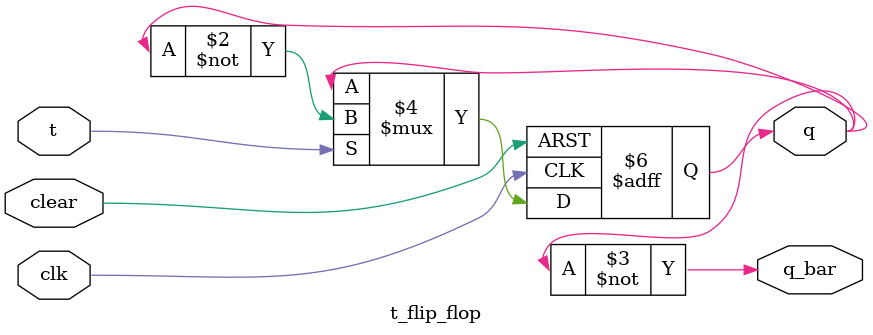
<source format=v>
/* Implementation of a T flip-flop with a clear input */

module t_flip_flop
(
	input wire t, clk, clear, 
	output reg q,
	output wire q_bar
);
	always @ (posedge clk or posedge clear) begin
		if (clear) begin
			q <= 0;
		end
		else if (t) begin
			q <= ~q;
		end
	end
	
	assign q_bar = ~q;

endmodule

</source>
